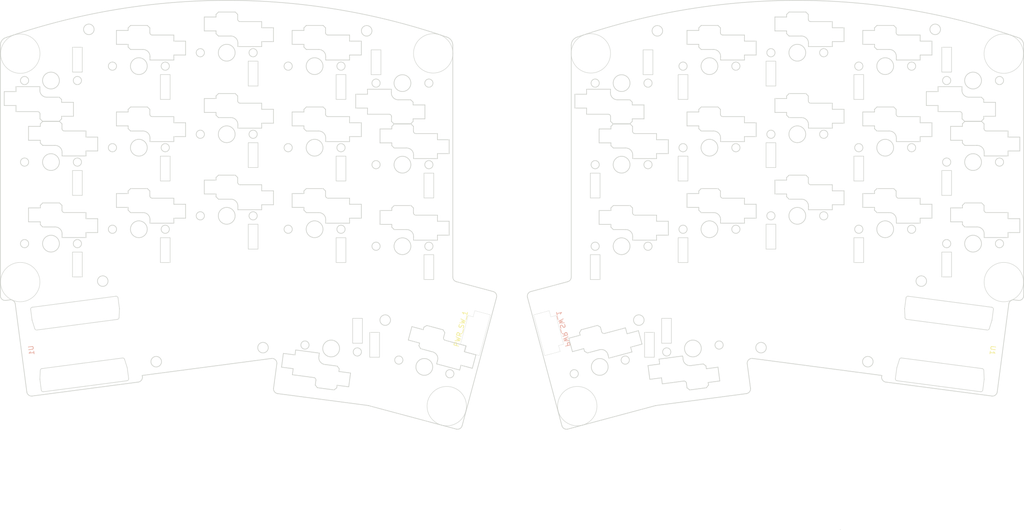
<source format=kicad_pcb>
(kicad_pcb (version 20240108) (generator "pcbnew") (generator_version "8.0")
  (title_block (title "Kretsträd") (company "by JW"))
  (layers (0 "F.Cu" signal) (31 "B.Cu" signal) (34 "B.Paste" user) (35 "F.Paste" user) (36 "B.SilkS" user "B.Silkscreen") (37 "F.SilkS" user "F.Silkscreen") (38 "B.Mask" user) (39 "F.Mask" user) (44 "Edge.Cuts" user))
  (net 0 "")
  (footprint "jw_custom_footprints:Diode_SOD123_THT_2_cutout_small" (layer "F.Cu") (at 116.412922 92.119762 90))
  (footprint "jw_custom_footprints:Kailh_Choc_PG1350_Hotswap_reversible_cutout" (layer "F.Cu") (at 56.013722 101.230162))
  (footprint "jw_custom_footprints:Diode_SOD123_THT_2_cutout_small" (layer "F.Cu") (at 79.813322 85.780162 90))
  (footprint "jw_custom_footprints:MountingHole_2.2mm_M2_cutout" (layer "F.Cu") (at 48.495732 112.041081))
  (footprint "jw_custom_footprints:Diode_SOD123_THT_2_cutout_small" (layer "F.Cu") (at 43.213722 91.580162 90))
  (footprint "jw_custom_footprints:Kailh_Choc_PG1350_Hotswap_reversible_cutout" (layer "F.Cu") (at 74.313522 81.430162))
  (footprint "jw_custom_footprints:Kailh_Choc_PG1350_Hotswap_reversible_cutout" (layer "F.Cu") (at 56.013722 84.230162))
  (footprint "jw_custom_footprints:Kailh_Choc_PG1350_Hotswap_reversible_cutout" (layer "F.Cu") (at 74.313522 98.430162))
  (footprint "jw_custom_footprints:Kailh_Choc_PG1350_Hotswap_reversible_cutout" (layer "F.Cu") (at 193.148584 98.430162))
  (footprint "jw_custom_footprints:Diode_SOD123_THT_2_cutout_small" (layer "F.Cu") (at 61.513522 105.580162 90))
  (footprint "jw_custom_footprints:Diode_SOD123_THT_2_cutout_small" (layer "F.Cu") (at 61.513522 88.580162 90))
  (footprint "jw_custom_footprints:SW_SPDT_PCM12_cutout" (layer "F.Cu") (at 126.168932 122.810681 75))
  (footprint "jw_custom_footprints:Kailh_Choc_PG1350_Hotswap_reversible_cutout" (layer "F.Cu") (at 56.013722 67.230162))
  (footprint "jw_custom_footprints:Kailh_Choc_PG1350_Hotswap_reversible_cutout" (layer "F.Cu") (at 171.401041 126.086778 -172.5))
  (footprint "jw_custom_footprints:Diode_SOD123_THT_2_cutout_small" (layer "F.Cu") (at 98.113322 88.580162 90))
  (footprint "jw_custom_footprints:Kailh_Choc_PG1350_Hotswap_reversible_cutout" (layer "F.Cu") (at 37.713922 104.229962))
  (footprint "jw_custom_footprints:Kailh_Choc_PG1350_Hotswap_reversible_cutout" (layer "F.Cu") (at 156.548984 104.769762))
  (footprint "jw_custom_footprints:Kailh_Choc_PG1350_Hotswap_reversible_cutout" (layer "F.Cu") (at 92.613322 67.229962))
  (footprint "jw_custom_footprints:Diode_SOD123_THT_2_cutout_small" (layer "F.Cu") (at 105.412922 66.419762 -90))
  (footprint "jw_custom_footprints:Kailh_Choc_PG1350_Hotswap_reversible_cutout" (layer "F.Cu") (at 193.148584 81.430162))
  (footprint "jw_custom_footprints:MountingHole_2.2mm_M2_cutout" (layer "F.Cu") (at 107.322132 120.169081))
  (footprint "jw_custom_footprints:Kailh_Choc_PG1350_Hotswap_reversible_cutout" (layer "F.Cu") (at 174.848784 101.230162))
  (footprint "jw_custom_footprints:Kailh_Choc_PG1350_Hotswap_reversible_cutout" (layer "F.Cu") (at 115.464333 129.926657 -15))
  (footprint "jw_custom_footprints:Diode_SOD123_THT_2_cutout_small" (layer "F.Cu") (at 101.556332 122.402481 -90))
  (footprint "jw_custom_footprints:Kailh_Choc_PG1350_Hotswap_reversible_cutout" (layer "F.Cu") (at 74.313522 64.430162))
  (footprint "jw_custom_footprints:Kailh_Choc_PG1350_Hotswap_reversible_cutout" (layer "F.Cu") (at 211.448384 67.230162))
  (footprint "jw_custom_footprints:Diode_SOD123_THT_2_cutout_small" (layer "F.Cu") (at 105.112332 125.323481 -90))
  (footprint "jw_custom_footprints:Diode_SOD123_THT_2_cutout_small" (layer "F.Cu") (at 43.213722 108.580162 90))
  (footprint "jw_custom_footprints:Kailh_Choc_PG1350_Hotswap_reversible_cutout" (layer "F.Cu") (at 92.613322 101.230162))
  (footprint "jw_custom_footprints:Kailh_Choc_PG1350_Hotswap_reversible_cutout" (layer "F.Cu") (at 211.448384 84.230162))
  (footprint "jw_custom_footprints:Kailh_Choc_PG1350_Hotswap_reversible_cutout" (layer "F.Cu") (at 92.613322 84.230162))
  (footprint "jw_custom_footprints:Xiao THT jumper pad_big_hole_cutout" (layer "F.Cu") (at 43.527058 125.162566 97.5))
  (footprint "jw_custom_footprints:MountingHole_2.2mm_M2_cutout" (layer "F.Cu") (at 45.600132 59.564681))
  (footprint "jw_custom_footprints:Kailh_Choc_PG1350_Hotswap_reversible_cutout" (layer "F.Cu") (at 229.748184 70.230162 180))
  (footprint "jw_custom_footprints:Diode_SOD123_THT_2_cutout_small" (layer "F.Cu") (at 61.513522 71.580162 90))
  (footprint "jw_custom_footprints:Kailh_Choc_PG1350_Hotswap_reversible_cutout" (layer "F.Cu") (at 37.713922 87.229962))
  (footprint "jw_custom_footprints:Kailh_Choc_PG1350_Hotswap_reversible_cutout" (layer "F.Cu") (at 156.548984 70.769762 180))
  (footprint "jw_custom_footprints:Kailh_Choc_PG1350_Hotswap_reversible_cutout" (layer "F.Cu") (at 211.448384 101.230162))
  (footprint "jw_custom_footprints:Diode_SOD123_THT_2_cutout_small" (layer "F.Cu") (at 79.813322 102.780162 90))
  (footprint "jw_custom_footprints:Kailh_Choc_PG1350_Hotswap_reversible_cutout" (layer "F.Cu") (at 193.148584 64.430162))
  (footprint "jw_custom_footprints:Kailh_Choc_PG1350_Hotswap_reversible_cutout" (layer "F.Cu") (at 37.713922 70.230162 180))
  (footprint "jw_custom_footprints:Diode_SOD123_THT_2_cutout_small" (layer "F.Cu") (at 79.813322 68.780162 90))
  (footprint "jw_custom_footprints:Kailh_Choc_PG1350_Hotswap_reversible_cutout" (layer "F.Cu") (at 110.913122 104.769762))
  (footprint "jw_custom_footprints:MountingHole_2.2mm_M2_cutout" (layer "F.Cu") (at 103.461332 59.869481))
  (footprint "jw_custom_footprints:MountingHole_2.2mm_M2_cutout" (layer "F.Cu") (at 81.871332 125.909481 7.5))
  (footprint "jw_custom_footprints:Kailh_Choc_PG1350_Hotswap_reversible_cutout" (layer "F.Cu") (at 156.548984 87.769762))
  (footprint "jw_custom_footprints:Kailh_Choc_PG1350_Hotswap_reversible_cutout" (layer "F.Cu") (at 229.748184 104.229962))
  (footprint "jw_custom_footprints:Kailh_Choc_PG1350_Hotswap_reversible_cutout" (layer "F.Cu") (at 96.061065 126.086778 172.5))
  (footprint "jw_custom_footprints:Kailh_Choc_PG1350_Hotswap_reversible_cutout" (layer "F.Cu") (at 174.848784 84.230162))
  (footprint "jw_custom_footprints:Diode_SOD123_THT_2_cutout_small" (layer "F.Cu") (at 98.113322 71.579962 90))
  (footprint "jw_custom_footprints:Diode_SOD123_THT_2_cutout_small" (layer "F.Cu") (at 98.113322 105.580162 90))
  (footprint "jw_custom_footprints:MountingHole_2.2mm_M2_cutout" (layer "F.Cu") (at 59.631118 128.837461 7.5))
  (footprint "jw_custom_footprints:Kailh_Choc_PG1350_Hotswap_reversible_cutout" (layer "F.Cu") (at 174.848784 67.229962))
  (footprint "jw_custom_footprints:Kailh_Choc_PG1350_Hotswap_reversible_cutout" (layer "F.Cu") (at 229.748184 87.229962))
  (footprint "jw_custom_footprints:Diode_SOD123_THT_2_cutout_small" (layer "F.Cu") (at 116.412922 109.119762 90))
  (footprint "jw_custom_footprints:Diode_SOD123_THT_2_cutout_small" (layer "F.Cu") (at 43.213722 65.880481 -90))
  (footprint "jw_custom_footprints:Kailh_Choc_PG1350_Hotswap_reversible_cutout" (layer "F.Cu") (at 110.913122 70.769762 180))
  (footprint "jw_custom_footprints:Kailh_Choc_PG1350_Hotswap_reversible_cutout" (layer "F.Cu") (at 110.913122 87.769762))
  (footprint "jw_custom_footprints:Kailh_Choc_PG1350_Hotswap_reversible_cutout" (layer "F.Cu") (at 151.997773 129.926657 15))
  (footprint "jw_custom_footprints:Diode_SOD123_THT_2_cutout_small" (layer "B.Cu") (at 187.648784 85.780162 90))
  (footprint "jw_custom_footprints:Diode_SOD123_THT_2_cutout_small" (layer "B.Cu") (at 205.948584 71.580162 90))
  (footprint "jw_custom_footprints:Diode_SOD123_THT_2_cutout_small" (layer "B.Cu") (at 169.348784 71.579962 90))
  (footprint "jw_custom_footprints:Diode_SOD123_THT_2_cutout_small" (layer "B.Cu") (at 224.248384 65.880481 -90))
  (footprint "jw_custom_footprints:Diode_SOD123_THT_2_cutout_small" (layer "B.Cu") (at 151.049184 92.119762 90))
  (footprint "jw_custom_footprints:Diode_SOD123_THT_2_cutout_small" (layer "B.Cu") (at 151.049184 109.119762 90))
  (footprint "jw_custom_footprints:Diode_SOD123_THT_2_cutout_small" (layer "B.Cu") (at 169.348784 88.580162 90))
  (footprint "jw_custom_footprints:Diode_SOD123_THT_2_cutout_small" (layer "B.Cu") (at 169.348784 105.580162 90))
  (footprint "jw_custom_footprints:MountingHole_2.2mm_M2_cutout" (layer "B.Cu") (at 160.139974 120.169081 180))
  (footprint "jw_custom_footprints:SW_SPDT_PCM12_cutout" (layer "B.Cu") (at 141.293174 122.810681 105))
  (footprint "jw_custom_footprints:MountingHole_2.2mm_M2_cutout" (layer "B.Cu") (at 207.830988 128.837461 172.5))
  (footprint "jw_custom_footprints:MountingHole_2.2mm_M2_cutout" (layer "B.Cu") (at 164.000774 59.869481 180))
  (footprint "jw_custom_footprints:Diode_SOD123_THT_2_cutout_small" (layer "B.Cu") (at 187.648784 102.780162 90))
  (footprint "jw_custom_footprints:Diode_SOD123_THT_2_cutout_small" (layer "B.Cu") (at 162.349774 125.323481 -90))
  (footprint "jw_custom_footprints:Xiao THT jumper pad_big_hole_cutout" (layer "B.Cu") (at 223.935048 125.162566 82.5))
  (footprint "jw_custom_footprints:MountingHole_2.2mm_M2_cutout" (layer "B.Cu") (at 185.590774 125.909481 172.5))
  (footprint "jw_custom_footprints:Diode_SOD123_THT_2_cutout_small" (layer "B.Cu") (at 205.948584 88.580162 90))
  (footprint "jw_custom_footprints:Diode_SOD123_THT_2_cutout_small" (layer "B.Cu") (at 224.248384 108.580162 90))
  (footprint "jw_custom_footprints:Diode_SOD123_THT_2_cutout_small" (layer "B.Cu") (at 162.049184 66.419762 -90))
  (footprint "jw_custom_footprints:MountingHole_2.2mm_M2_cutout" (layer "B.Cu") (at 218.966374 112.041081 180))
  (footprint "jw_custom_footprints:Diode_SOD123_THT_2_cutout_small" (layer "B.Cu") (at 187.648784 68.780162 90))
  (footprint "jw_custom_footprints:Diode_SOD123_THT_2_cutout_small" (layer "B.Cu") (at 224.248384 91.580162 90))
  (footprint "jw_custom_footprints:Diode_SOD123_THT_2_cutout_small" (layer "B.Cu") (at 165.905774 122.402481 -90))
  (footprint "jw_custom_footprints:Diode_SOD123_THT_2_cutout_small" (layer "B.Cu") (at 205.948584 105.580162 90))
  (footprint "jw_custom_footprints:MountingHole_2.2mm_M2_cutout" (layer "B.Cu") (at 221.861974 59.564681 180))
  (gr_arc (start 240.290326 115.072025) (mid 239.949656 115.823813) (end 239.1598 116.06347) (stroke (width 0.15)) (layer "Edge.Cuts"))
  (gr_circle (center 31.325332 64.629881) (end 35.425332 64.629881) (stroke (width 0.1)) (fill none) (layer "Edge.Cuts"))
  (gr_arc (start 182.715373 129.288879) (mid 182.998744 128.449973) (end 183.837079 128.164917) (stroke (width 0.15)) (layer "Edge.Cuts"))
  (gr_line (start 202.114932 163.857081) (end 202.114932 163.857081) (stroke (width 0.1)) (layer "Edge.Cuts"))
  (gr_arc (start 145.343744 142.8896) (mid 144.584913 142.789725) (end 144.118999 142.182493) (stroke (width 0.15)) (layer "Edge.Cuts"))
  (gr_line (start 84.928319 135.49204) (end 103.700788 137.963483) (stroke (width 0.15)) (layer "Edge.Cuts"))
  (gr_line (start 121.395444 62.880072) (end 121.395444 111.193531) (stroke (width 0.15)) (layer "Edge.Cuts"))
  (gr_line (start 29.154251 115.951309) (end 28.302306 116.06347) (stroke (width 0.15)) (layer "Edge.Cuts"))
  (gr_arc (start 163.633025 137.989002) (mid 163.696754 137.974144) (end 163.761318 137.963483) (stroke (width 0.15)) (layer "Edge.Cuts"))
  (gr_arc (start 83.625027 128.164917) (mid 84.463361 128.449974) (end 84.746733 129.288879) (stroke (width 0.15)) (layer "Edge.Cuts"))
  (gr_line (start 146.066662 111.193531) (end 146.066662 62.880072) (stroke (width 0.15)) (layer "Edge.Cuts"))
  (gr_line (start 103.829081 137.989002) (end 122.118362 142.8896) (stroke (width 0.15)) (layer "Edge.Cuts"))
  (gr_line (start 234.781657 135.133862) (end 237.185829 116.812646) (stroke (width 0.15)) (layer "Edge.Cuts"))
  (gr_arc (start 120.123732 61.164881) (mid 121.046401 61.809813) (end 121.395444 62.880072) (stroke (width 0.15)) (layer "Edge.Cuts"))
  (gr_arc (start 211.576954 133.087959) (mid 210.914202 132.705293) (end 210.716022 131.966088) (stroke (width 0.15)) (layer "Edge.Cuts"))
  (gr_line (start 145.325481 112.159457) (end 137.659984 114.21342) (stroke (width 0.15)) (layer "Edge.Cuts"))
  (gr_arc (start 28.302306 116.06347) (mid 27.512385 115.823887) (end 27.17178 115.072025) (stroke (width 0.15)) (layer "Edge.Cuts"))
  (gr_line (start 30.276277 116.812646) (end 32.680449 135.133862) (stroke (width 0.15)) (layer "Edge.Cuts"))
  (gr_line (start 144.118999 142.182493) (end 136.952817 115.437939) (stroke (width 0.15)) (layer "Edge.Cuts"))
  (gr_line (start 83.625027 128.164917) (end 56.711314 131.708176) (stroke (width 0.15)) (layer "Edge.Cuts"))
  (gr_line (start 129.802122 114.21342) (end 122.136625 112.159457) (stroke (width 0.15)) (layer "Edge.Cuts"))
  (gr_circle (center 147.323574 138.101481) (end 143.223574 138.101481) (stroke (width 0.1)) (fill none) (layer "Edge.Cuts"))
  (gr_arc (start 29.154251 115.951309) (mid 29.893711 116.149543) (end 30.276277 116.812646) (stroke (width 0.15)) (layer "Edge.Cuts"))
  (gr_line (start 210.750792 131.708176) (end 183.837079 128.164917) (stroke (width 0.15)) (layer "Edge.Cuts"))
  (gr_arc (start 234.781657 135.133862) (mid 234.399063 135.797046) (end 233.659505 135.995182) (stroke (width 0.15)) (layer "Edge.Cuts"))
  (gr_arc (start 33.802601 135.995182) (mid 33.06303 135.797063) (end 32.680449 135.133862) (stroke (width 0.15)) (layer "Edge.Cuts"))
  (gr_arc (start 28.43219 61.241081) (mid 74.271574 53.517339) (end 120.123732 61.164881) (stroke (width 0.15)) (layer "Edge.Cuts"))
  (gr_arc (start 146.066662 111.193531) (mid 145.860025 111.802292) (end 145.325481 112.159457) (stroke (width 0.15)) (layer "Edge.Cuts"))
  (gr_arc (start 122.136625 112.159457) (mid 121.602054 111.802313) (end 121.395444 111.193531) (stroke (width 0.15)) (layer "Edge.Cuts"))
  (gr_circle (center 120.138532 138.101481) (end 124.238532 138.101481) (stroke (width 0.1)) (fill none) (layer "Edge.Cuts"))
  (gr_arc (start 123.343107 142.182493) (mid 122.877199 142.789737) (end 122.118362 142.8896) (stroke (width 0.15)) (layer "Edge.Cuts"))
  (gr_line (start 163.761318 137.963483) (end 182.533787 135.49204) (stroke (width 0.15)) (layer "Edge.Cuts"))
  (gr_arc (start 146.066662 62.880072) (mid 146.415673 61.80979) (end 147.338374 61.164881) (stroke (width 0.15)) (layer "Edge.Cuts"))
  (gr_arc (start 56.746084 131.966088) (mid 56.547938 132.705319) (end 55.885152 133.087959) (stroke (width 0.15)) (layer "Edge.Cuts"))
  (gr_line (start 239.1598 116.06347) (end 238.307855 115.951309) (stroke (width 0.15)) (layer "Edge.Cuts"))
  (gr_line (start 240.290326 115.072025) (end 240.290326 62.880072) (stroke (width 0.15)) (layer "Edge.Cuts"))
  (gr_arc (start 103.700788 137.963483) (mid 103.765352 137.974142) (end 103.829081 137.989002) (stroke (width 0.15)) (layer "Edge.Cuts"))
  (gr_line (start 56.711314 131.708176) (end 56.746084 131.966088) (stroke (width 0.15)) (layer "Edge.Cuts"))
  (gr_circle (center 31.310532 112.244281) (end 35.410532 112.244281) (stroke (width 0.1)) (fill none) (layer "Edge.Cuts"))
  (gr_line (start 211.576954 133.087959) (end 233.659505 135.995182) (stroke (width 0.15)) (layer "Edge.Cuts"))
  (gr_line (start 210.716022 131.966088) (end 210.750792 131.708176) (stroke (width 0.15)) (layer "Edge.Cuts"))
  (gr_arc (start 237.185829 116.812646) (mid 237.568431 116.14959) (end 238.307855 115.951309) (stroke (width 0.15)) (layer "Edge.Cuts"))
  (gr_line (start 27.17178 62.880072) (end 27.17178 115.072025) (stroke (width 0.15)) (layer "Edge.Cuts"))
  (gr_arc (start 84.928319 135.49204) (mid 84.265477 135.109361) (end 84.0674 134.370069) (stroke (width 0.15)) (layer "Edge.Cuts"))
  (gr_arc (start 129.802122 114.21342) (mid 130.409306 114.679239) (end 130.509289 115.437939) (stroke (width 0.15)) (layer "Edge.Cuts"))
  (gr_line (start 130.509289 115.437939) (end 123.343107 142.182493) (stroke (width 0.15)) (layer "Edge.Cuts"))
  (gr_line (start 183.394706 134.370069) (end 182.715373 129.288879) (stroke (width 0.15)) (layer "Edge.Cuts"))
  (gr_arc (start 183.394706 134.370069) (mid 183.196607 135.109344) (end 182.533787 135.49204) (stroke (width 0.15)) (layer "Edge.Cuts"))
  (gr_line (start 145.343744 142.8896) (end 163.633025 137.989002) (stroke (width 0.15)) (layer "Edge.Cuts"))
  (gr_circle (center 117.313922 64.570162) (end 121.413922 64.570162) (stroke (width 0.1)) (fill none) (layer "Edge.Cuts"))
  (gr_line (start 33.802601 135.995182) (end 55.885152 133.087959) (stroke (width 0.15)) (layer "Edge.Cuts"))
  (gr_circle (center 236.151574 112.244281) (end 232.051574 112.244281) (stroke (width 0.1)) (fill none) (layer "Edge.Cuts"))
  (gr_arc (start 239.029916 61.241081) (mid 239.940946 61.844623) (end 240.290326 62.880072) (stroke (width 0.15)) (layer "Edge.Cuts"))
  (gr_arc (start 27.17178 62.880072) (mid 27.52118 61.844638) (end 28.43219 61.241081) (stroke (width 0.15)) (layer "Edge.Cuts"))
  (gr_line (start 84.746733 129.288879) (end 84.0674 134.370069) (stroke (width 0.15)) (layer "Edge.Cuts"))
  (gr_circle (center 236.136774 64.629881) (end 232.036774 64.629881) (stroke (width 0.1)) (fill none) (layer "Edge.Cuts"))
  (gr_line (start 202.114932 163.857081) (end 202.114932 163.857081) (stroke (width 0.1)) (layer "Edge.Cuts"))
  (gr_circle (center 150.148184 64.570162) (end 146.048184 64.570162) (stroke (width 0.1)) (fill none) (layer "Edge.Cuts"))
  (gr_arc (start 147.338374 61.164881) (mid 193.190532 53.517338) (end 239.029916 61.241081) (stroke (width 0.15)) (layer "Edge.Cuts"))
  (gr_arc (start 136.952817 115.437939) (mid 137.052855 114.679271) (end 137.659984 114.21342) (stroke (width 0.15)) (layer "Edge.Cuts"))
)
</source>
